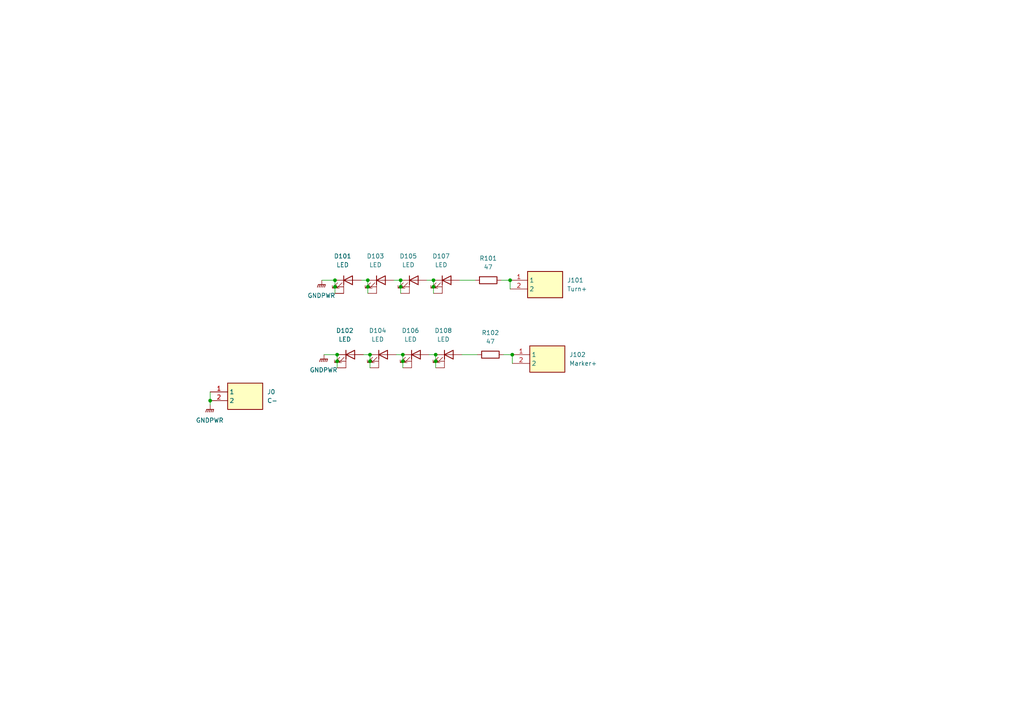
<source format=kicad_sch>
(kicad_sch (version 20211123) (generator eeschema)
  (paper "A4")
  (lib_symbols
    (symbol "Device:R" (pin_numbers hide) (pin_names (offset 0))
      (property "Reference" "R" (at 2.032 0 90))
      (property "Value" "R" (at 0 0 90))
      (symbol "R_0_1"
        (rectangle (start -1.016 -2.54) (end 1.016 2.54) (stroke (width 0.254)))
      )
      (symbol "R_1_1"
        (pin passive line (at 0 3.81 270) (length 1.27) (name "~") (number "1"))
        (pin passive line (at 0 -3.81 90) (length 1.27) (name "~") (number "2"))
      )
    )
    (symbol "LED_1" (pin_numbers hide) (pin_names (offset 1.016) hide)
      (property "Reference" "D?" (at -1.5875 6.985 0))
      (property "Value" "LED" (at -1.5875 4.445 0))
      (symbol "LED_1_0_1"
        (polyline (pts (xy -1.27 -1.27) (xy -1.27 1.27)) (stroke (width 0.254)))
        (polyline (pts (xy -1.27 0) (xy 1.27 0)))
        (polyline (pts (xy -1.27 -3.81) (xy -1.27 -1.905) (xy -1.27 0)))
        (polyline (pts (xy 1.27 -1.27) (xy 1.27 1.27) (xy -1.27 0) (xy 1.27 -1.27)) (stroke (width 0.254)))
        (polyline (pts (xy -3.048 -0.762) (xy -4.572 -2.286) (xy -3.81 -2.286) (xy -4.572 -2.286) (xy -4.572 -1.524)))
        (polyline (pts (xy -1.778 -0.762) (xy -3.302 -2.286) (xy -2.54 -2.286) (xy -3.302 -2.286) (xy -3.302 -1.524)))
      )
      (symbol "LED_1_1_1"
        (pin passive line (at -3.81 0 0) (length 2.54) (name "K") (number "1"))
        (pin passive line (at 3.81 0 180) (length 2.54) (name "A") (number "2"))
        (pin passive line (at -3.81 -1.905 0) (length 2.54) (name "K") (number "3"))
        (pin passive line (at -3.81 -3.81 0) (length 2.54) (name "K") (number "4"))
      )
    )
    (symbol "SpadeLugs:19705-4303"
      (property "Value" "19705-4303" (at 0 0 0))
      (property "Reference_1" "J" (at 16.51 7.62 0))
      (property "Value_1" "19705-4303" (at 16.51 5.08 0))
      (symbol "19705-4303_1_1"
        (rectangle (start 5.08 2.54) (end 15.24 -5.08) (stroke (width 0.254)) (fill (type background)))
        (pin passive line (at 0 0 0) (length 5.08) (name "1") (number "1"))
        (pin passive line (at 0 -2.54 0) (length 5.08) (name "2") (number "2"))
      )
    )
    (symbol "power:GNDPWR" (power) (pin_names (offset 0))
      (property "Value" "GNDPWR" (at 0 -3.302 0))
      (symbol "GNDPWR_0_1"
        (polyline (pts (xy 0 -1.27) (xy 0 0)))
        (polyline (pts (xy -1.016 -1.27) (xy -1.27 -2.032) (xy -1.27 -2.032)) (stroke (width 0.2032)))
        (polyline (pts (xy -0.508 -1.27) (xy -0.762 -2.032) (xy -0.762 -2.032)) (stroke (width 0.2032)))
        (polyline (pts (xy 0 -1.27) (xy -0.254 -2.032) (xy -0.254 -2.032)) (stroke (width 0.2032)))
        (polyline (pts (xy 0.508 -1.27) (xy 0.254 -2.032) (xy 0.254 -2.032)) (stroke (width 0.2032)))
        (polyline (pts (xy 1.016 -1.27) (xy -1.016 -1.27) (xy -1.016 -1.27)) (stroke (width 0.2032)))
        (polyline (pts (xy 1.016 -1.27) (xy 0.762 -2.032) (xy 0.762 -2.032) (xy 0.762 -2.032)) (stroke (width 0.2032)))
      )
      (symbol "GNDPWR_1_1"
        (pin power_in line (at 0 0 270) (length 0) hide (name "GNDPWR") (number "1"))
      )
    )
  )
  (junction (at 97.79 102.87))
  (junction (at 148.59 102.87))
  (junction (at 107.315 104.775))
  (junction (at 126.365 102.87))
  (junction (at 97.79 104.775))
  (junction (at 116.205 81.28))
  (junction (at 60.96 116.205))
  (junction (at 116.84 104.775))
  (junction (at 125.73 83.185))
  (junction (at 147.955 81.28))
  (junction (at 97.155 81.28))
  (junction (at 106.68 81.28))
  (junction (at 125.73 81.28))
  (junction (at 106.68 83.185))
  (junction (at 97.155 83.185))
  (junction (at 116.205 83.185))
  (junction (at 126.365 104.775))
  (junction (at 107.315 102.87))
  (junction (at 116.84 102.87))
  (wire (pts (xy 125.73 83.185) (xy 125.73 85.09)))
  (wire (pts (xy 97.79 102.87) (xy 97.79 104.775)))
  (wire (pts (xy 145.415 81.28) (xy 147.955 81.28)))
  (wire (pts (xy 93.345 81.28) (xy 97.155 81.28)))
  (wire (pts (xy 116.205 81.28) (xy 116.205 83.185)))
  (wire (pts (xy 93.98 102.87) (xy 97.79 102.87)))
  (wire (pts (xy 106.68 81.28) (xy 106.68 83.185)))
  (wire (pts (xy 123.825 81.28) (xy 125.73 81.28)))
  (wire (pts (xy 124.46 102.87) (xy 126.365 102.87)))
  (wire (pts (xy 97.155 81.28) (xy 97.155 83.185)))
  (wire (pts (xy 148.59 102.87) (xy 148.59 105.41)))
  (wire (pts (xy 97.79 104.775) (xy 97.79 106.68)))
  (wire (pts (xy 126.365 104.775) (xy 126.365 106.68)))
  (wire (pts (xy 133.985 102.87) (xy 138.43 102.87)))
  (wire (pts (xy 97.155 83.185) (xy 97.155 85.09)))
  (wire (pts (xy 60.96 113.665) (xy 60.96 116.205)))
  (wire (pts (xy 126.365 102.87) (xy 126.365 104.775)))
  (wire (pts (xy 107.315 104.775) (xy 107.315 106.68)))
  (wire (pts (xy 146.05 102.87) (xy 148.59 102.87)))
  (wire (pts (xy 116.84 104.775) (xy 116.84 106.68)))
  (wire (pts (xy 107.315 102.87) (xy 107.315 104.775)))
  (wire (pts (xy 106.68 83.185) (xy 106.68 85.09)))
  (wire (pts (xy 105.41 102.87) (xy 107.315 102.87)))
  (wire (pts (xy 114.935 102.87) (xy 116.84 102.87)))
  (wire (pts (xy 104.775 81.28) (xy 106.68 81.28)))
  (wire (pts (xy 133.35 81.28) (xy 137.795 81.28)))
  (wire (pts (xy 147.955 81.28) (xy 147.955 83.82)))
  (wire (pts (xy 60.96 116.205) (xy 60.96 117.475)))
  (wire (pts (xy 116.84 102.87) (xy 116.84 104.775)))
  (wire (pts (xy 125.73 81.28) (xy 125.73 83.185)))
  (wire (pts (xy 114.3 81.28) (xy 116.205 81.28)))
  (wire (pts (xy 116.205 83.185) (xy 116.205 85.09)))
  (symbol (lib_id "power:GNDPWR") (at 60.96 117.475 0) (unit 1)
    (property "Reference" "#PWR0101" (effects hide))
    (property "Value" "GNDPWR" (at 60.833 121.92 0))
  )
  (symbol (lib_id "Device:R") (at 141.605 81.28 90) (unit 1)
    (property "Reference" "R101" (at 141.605 74.93 90))
    (property "Value" "47" (at 141.605 77.47 90))
    (property "Footprint" "Resistor_SMD:R_0603_1608Metric" (effects hide))
    (property "Mouser Part Number" "660-RK73B1JTTDD470J" (effects hide))
  )
  (symbol (lib_name "LED_1") (lib_id "Device:LED") (at 110.49 81.28 0) (unit 1)
    (property "Reference" "D103" (at 108.9025 74.295 0))
    (property "Value" "LED" (at 108.9025 76.835 0))
    (property "Footprint" "LED_SMD:LED_Avago_PLCC4_3.2x2.8mm_CW" (effects hide))
    (property "Mouser Part Number" "710-150141YS73130" (effects hide))
  )
  (symbol (lib_name "LED_1") (lib_id "Device:LED") (at 129.54 81.28 0) (unit 1)
    (property "Reference" "D107" (at 127.9525 74.295 0))
    (property "Value" "LED" (at 127.9525 76.835 0))
    (property "Footprint" "LED_SMD:LED_Avago_PLCC4_3.2x2.8mm_CW" (effects hide))
    (property "Mouser Part Number" "710-150141YS73130" (effects hide))
  )
  (symbol (lib_id "SpadeLugs:19705-4303") (at 147.955 81.28 0) (unit 1)
    (property "Reference" "J101" (at 164.465 81.2799 0) (effects (justify left)))
    (property "Value" "Turn+" (at 164.465 83.8199 0) (effects (justify left)))
    (property "Footprint" "SpadeLugs:197054303" (effects hide))
    (property "Reference_1" "J" (effects hide))
    (property "Value_1" "19705-4303" (effects hide))
    (property "Footprint_1" "197054303" (effects hide))
    (property "Datasheet_1" "https://www.molex.com/pdm_docs/sd/197054303_sd.pdf" (effects hide))
    (property "Height" "10.29" (effects hide))
    (property "Mouser Part Number" "538-19705-4303" (effects hide))
    (property "Mouser Price/Stock" "https://www.mouser.co.uk/ProductDetail/Molex/19705-4303?qs=wUVoC1r15A95qxZWcZMf%252Bw%3D%3D" (effects hide))
    (property "Manufacturer_Name" "Molex" (effects hide))
    (property "Manufacturer_Part_Number" "19705-4303" (effects hide))
  )
  (symbol (lib_name "LED_1") (lib_id "Device:LED") (at 100.965 81.28 0) (unit 1)
    (property "Reference" "D101" (at 99.3775 74.295 0))
    (property "Value" "LED" (at 99.3775 76.835 0))
    (property "Footprint" "LED_SMD:LED_Avago_PLCC4_3.2x2.8mm_CW" (effects hide))
    (property "Mouser Part Number" "710-150141YS73130" (effects hide))
  )
  (symbol (lib_name "LED_1") (lib_id "Device:LED") (at 130.175 102.87 0) (unit 1)
    (property "Reference" "D108" (at 128.5875 95.885 0))
    (property "Value" "LED" (at 128.5875 98.425 0))
    (property "Footprint" "LED_SMD:LED_Avago_PLCC4_3.2x2.8mm_CW" (effects hide))
    (property "Mouser Part Number" "710-150141YS73130" (effects hide))
  )
  (symbol (lib_name "LED_1") (lib_id "Device:LED") (at 120.65 102.87 0) (unit 1)
    (property "Reference" "D106" (at 119.0625 95.885 0))
    (property "Value" "LED" (at 119.0625 98.425 0))
    (property "Footprint" "LED_SMD:LED_Avago_PLCC4_3.2x2.8mm_CW" (effects hide))
    (property "Mouser Part Number" "710-150141YS73130" (effects hide))
  )
  (symbol (lib_id "SpadeLugs:19705-4303") (at 60.96 113.665 0) (unit 1)
    (property "Reference" "J0" (at 77.47 113.6649 0) (effects (justify left)))
    (property "Value" "C-" (at 77.47 116.2049 0) (effects (justify left)))
    (property "Footprint" "SpadeLugs:197054303" (effects hide))
    (property "Reference_1" "J" (effects hide))
    (property "Value_1" "19705-4303" (effects hide))
    (property "Footprint_1" "197054303" (effects hide))
    (property "Datasheet_1" "https://www.molex.com/pdm_docs/sd/197054303_sd.pdf" (effects hide))
    (property "Height" "10.29" (effects hide))
    (property "Mouser Part Number" "538-19705-4303" (effects hide))
    (property "Mouser Price/Stock" "https://www.mouser.co.uk/ProductDetail/Molex/19705-4303?qs=wUVoC1r15A95qxZWcZMf%252Bw%3D%3D" (effects hide))
    (property "Manufacturer_Name" "Molex" (effects hide))
    (property "Manufacturer_Part_Number" "19705-4303" (effects hide))
  )
  (symbol (lib_id "power:GNDPWR") (at 93.345 81.28 0) (unit 1)
    (property "Reference" "#PWR0102" (effects hide))
    (property "Value" "GNDPWR" (at 93.218 85.725 0))
  )
  (symbol (lib_id "SpadeLugs:19705-4303") (at 148.59 102.87 0) (unit 1)
    (property "Reference" "J102" (at 165.1 102.8699 0) (effects (justify left)))
    (property "Value" "Marker+" (at 165.1 105.4099 0) (effects (justify left)))
    (property "Footprint" "SpadeLugs:197054303" (effects hide))
    (property "Reference_1" "J" (effects hide))
    (property "Value_1" "19705-4303" (effects hide))
    (property "Footprint_1" "197054303" (effects hide))
    (property "Datasheet_1" "https://www.molex.com/pdm_docs/sd/197054303_sd.pdf" (effects hide))
    (property "Height" "10.29" (effects hide))
    (property "Mouser Part Number" "538-19705-4303" (effects hide))
    (property "Mouser Price/Stock" "https://www.mouser.co.uk/ProductDetail/Molex/19705-4303?qs=wUVoC1r15A95qxZWcZMf%252Bw%3D%3D" (effects hide))
    (property "Manufacturer_Name" "Molex" (effects hide))
    (property "Manufacturer_Part_Number" "19705-4303" (effects hide))
  )
  (symbol (lib_id "power:GNDPWR") (at 93.98 102.87 0) (unit 1)
    (property "Reference" "#PWR0103" (effects hide))
    (property "Value" "GNDPWR" (at 93.853 107.315 0))
  )
  (symbol (lib_id "Device:R") (at 142.24 102.87 90) (unit 1)
    (property "Reference" "R102" (at 142.24 96.52 90))
    (property "Value" "47" (at 142.24 99.06 90))
    (property "Footprint" "Resistor_SMD:R_0603_1608Metric" (effects hide))
    (property "Mouser Part Number" "660-RK73B1JTTDD470J" (effects hide))
  )
  (symbol (lib_name "LED_1") (lib_id "Device:LED") (at 120.015 81.28 0) (unit 1)
    (property "Reference" "D105" (at 118.4275 74.295 0))
    (property "Value" "LED" (at 118.4275 76.835 0))
    (property "Footprint" "LED_SMD:LED_Avago_PLCC4_3.2x2.8mm_CW" (effects hide))
    (property "Mouser Part Number" "710-150141YS73130" (effects hide))
  )
  (symbol (lib_name "LED_1") (lib_id "Device:LED") (at 111.125 102.87 0) (unit 1)
    (property "Reference" "D104" (at 109.5375 95.885 0))
    (property "Value" "LED" (at 109.5375 98.425 0))
    (property "Footprint" "LED_SMD:LED_Avago_PLCC4_3.2x2.8mm_CW" (effects hide))
    (property "Mouser Part Number" "710-150141YS73130" (effects hide))
  )
  (symbol (lib_name "LED_1") (lib_id "Device:LED") (at 101.6 102.87 0) (unit 1)
    (property "Reference" "D102" (at 100.0125 95.885 0))
    (property "Value" "LED" (at 100.0125 98.425 0))
    (property "Footprint" "LED_SMD:LED_Avago_PLCC4_3.2x2.8mm_CW" (effects hide))
    (property "Mouser Part Number" "710-150141YS73130" (effects hide))
  )
)
</source>
